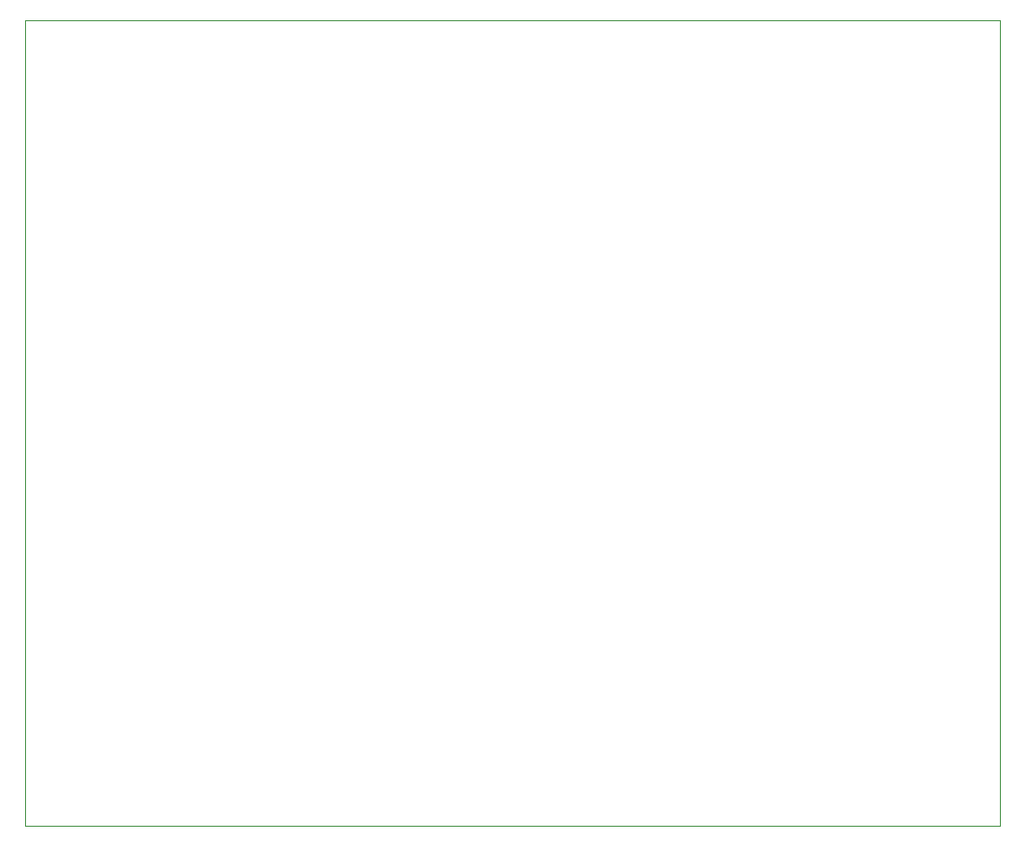
<source format=gbr>
%TF.GenerationSoftware,KiCad,Pcbnew,8.0.4-8.0.4-0~ubuntu24.04.1*%
%TF.CreationDate,2024-08-14T02:08:49-05:00*%
%TF.ProjectId,FRCMotorTester,4652434d-6f74-46f7-9254-65737465722e,rev?*%
%TF.SameCoordinates,Original*%
%TF.FileFunction,Profile,NP*%
%FSLAX46Y46*%
G04 Gerber Fmt 4.6, Leading zero omitted, Abs format (unit mm)*
G04 Created by KiCad (PCBNEW 8.0.4-8.0.4-0~ubuntu24.04.1) date 2024-08-14 02:08:49*
%MOMM*%
%LPD*%
G01*
G04 APERTURE LIST*
%TA.AperFunction,Profile*%
%ADD10C,0.050000*%
%TD*%
G04 APERTURE END LIST*
D10*
X90170000Y-36068000D02*
X175768000Y-36068000D01*
X175768000Y-106824000D01*
X90170000Y-106824000D01*
X90170000Y-36068000D01*
M02*

</source>
